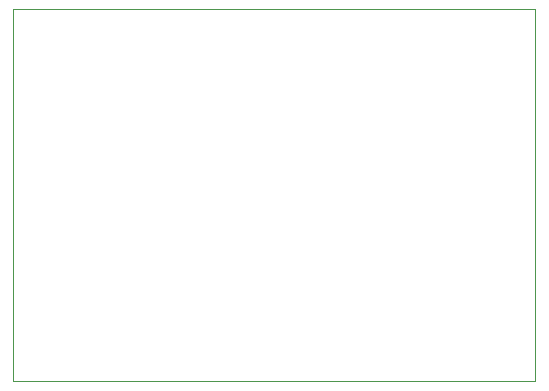
<source format=gko>
%TF.GenerationSoftware,KiCad,Pcbnew,5.1.8*%
%TF.CreationDate,2020-12-08T00:01:30+01:00*%
%TF.ProjectId,ESP8266_base_vreg,45535038-3236-4365-9f62-6173655f7672,rev?*%
%TF.SameCoordinates,Original*%
%TF.FileFunction,Profile,NP*%
%FSLAX46Y46*%
G04 Gerber Fmt 4.6, Leading zero omitted, Abs format (unit mm)*
G04 Created by KiCad (PCBNEW 5.1.8) date 2020-12-08 00:01:30*
%MOMM*%
%LPD*%
G01*
G04 APERTURE LIST*
%TA.AperFunction,Profile*%
%ADD10C,0.050000*%
%TD*%
G04 APERTURE END LIST*
D10*
X115824000Y-66802000D02*
X160020000Y-66800000D01*
X115824000Y-98298000D02*
X115824000Y-66800000D01*
X160020000Y-98298000D02*
X115824000Y-98298000D01*
X160020000Y-66802000D02*
X160020000Y-98298000D01*
M02*

</source>
